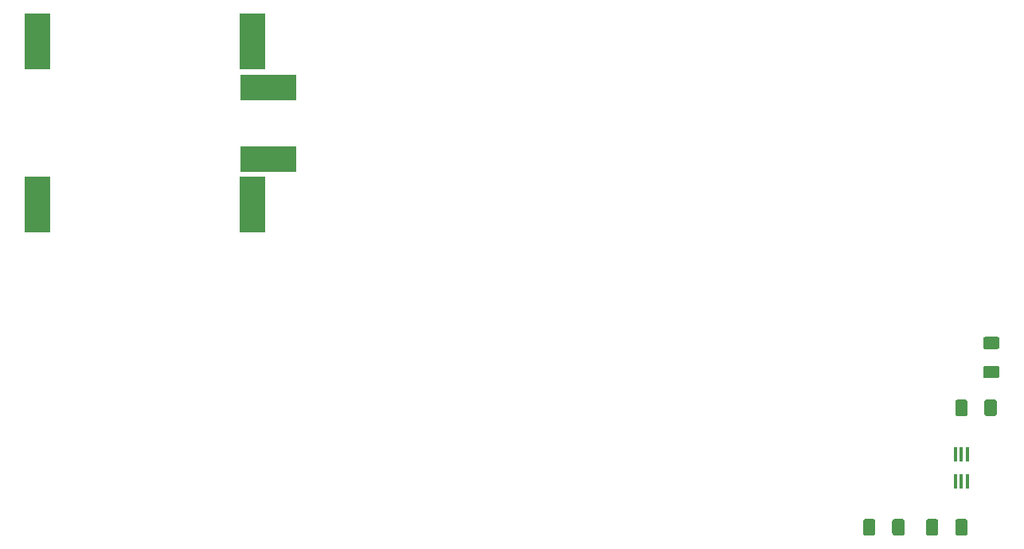
<source format=gbr>
G04 #@! TF.GenerationSoftware,KiCad,Pcbnew,5.1.5+dfsg1-2build2*
G04 #@! TF.CreationDate,2020-12-04T10:46:50+09:00*
G04 #@! TF.ProjectId,robot,726f626f-742e-46b6-9963-61645f706362,rev?*
G04 #@! TF.SameCoordinates,Original*
G04 #@! TF.FileFunction,Paste,Bot*
G04 #@! TF.FilePolarity,Positive*
%FSLAX46Y46*%
G04 Gerber Fmt 4.6, Leading zero omitted, Abs format (unit mm)*
G04 Created by KiCad (PCBNEW 5.1.5+dfsg1-2build2) date 2020-12-04 10:46:50*
%MOMM*%
%LPD*%
G04 APERTURE LIST*
%ADD10O,0.420000X1.600000*%
%ADD11R,0.420000X1.600000*%
%ADD12C,0.100000*%
%ADD13R,2.800000X6.000000*%
%ADD14R,6.000000X2.800000*%
G04 APERTURE END LIST*
D10*
X74280001Y-72320001D03*
X74930000Y-72320001D03*
X75579999Y-72320001D03*
X75579999Y-69419999D03*
X74930000Y-69419999D03*
D11*
X74280001Y-69419999D03*
D12*
G36*
X75354504Y-63646204D02*
G01*
X75378773Y-63649804D01*
X75402571Y-63655765D01*
X75425671Y-63664030D01*
X75447849Y-63674520D01*
X75468893Y-63687133D01*
X75488598Y-63701747D01*
X75506777Y-63718223D01*
X75523253Y-63736402D01*
X75537867Y-63756107D01*
X75550480Y-63777151D01*
X75560970Y-63799329D01*
X75569235Y-63822429D01*
X75575196Y-63846227D01*
X75578796Y-63870496D01*
X75580000Y-63895000D01*
X75580000Y-65145000D01*
X75578796Y-65169504D01*
X75575196Y-65193773D01*
X75569235Y-65217571D01*
X75560970Y-65240671D01*
X75550480Y-65262849D01*
X75537867Y-65283893D01*
X75523253Y-65303598D01*
X75506777Y-65321777D01*
X75488598Y-65338253D01*
X75468893Y-65352867D01*
X75447849Y-65365480D01*
X75425671Y-65375970D01*
X75402571Y-65384235D01*
X75378773Y-65390196D01*
X75354504Y-65393796D01*
X75330000Y-65395000D01*
X74530000Y-65395000D01*
X74505496Y-65393796D01*
X74481227Y-65390196D01*
X74457429Y-65384235D01*
X74434329Y-65375970D01*
X74412151Y-65365480D01*
X74391107Y-65352867D01*
X74371402Y-65338253D01*
X74353223Y-65321777D01*
X74336747Y-65303598D01*
X74322133Y-65283893D01*
X74309520Y-65262849D01*
X74299030Y-65240671D01*
X74290765Y-65217571D01*
X74284804Y-65193773D01*
X74281204Y-65169504D01*
X74280000Y-65145000D01*
X74280000Y-63895000D01*
X74281204Y-63870496D01*
X74284804Y-63846227D01*
X74290765Y-63822429D01*
X74299030Y-63799329D01*
X74309520Y-63777151D01*
X74322133Y-63756107D01*
X74336747Y-63736402D01*
X74353223Y-63718223D01*
X74371402Y-63701747D01*
X74391107Y-63687133D01*
X74412151Y-63674520D01*
X74434329Y-63664030D01*
X74457429Y-63655765D01*
X74481227Y-63649804D01*
X74505496Y-63646204D01*
X74530000Y-63645000D01*
X75330000Y-63645000D01*
X75354504Y-63646204D01*
G37*
G36*
X78454504Y-63646204D02*
G01*
X78478773Y-63649804D01*
X78502571Y-63655765D01*
X78525671Y-63664030D01*
X78547849Y-63674520D01*
X78568893Y-63687133D01*
X78588598Y-63701747D01*
X78606777Y-63718223D01*
X78623253Y-63736402D01*
X78637867Y-63756107D01*
X78650480Y-63777151D01*
X78660970Y-63799329D01*
X78669235Y-63822429D01*
X78675196Y-63846227D01*
X78678796Y-63870496D01*
X78680000Y-63895000D01*
X78680000Y-65145000D01*
X78678796Y-65169504D01*
X78675196Y-65193773D01*
X78669235Y-65217571D01*
X78660970Y-65240671D01*
X78650480Y-65262849D01*
X78637867Y-65283893D01*
X78623253Y-65303598D01*
X78606777Y-65321777D01*
X78588598Y-65338253D01*
X78568893Y-65352867D01*
X78547849Y-65365480D01*
X78525671Y-65375970D01*
X78502571Y-65384235D01*
X78478773Y-65390196D01*
X78454504Y-65393796D01*
X78430000Y-65395000D01*
X77630000Y-65395000D01*
X77605496Y-65393796D01*
X77581227Y-65390196D01*
X77557429Y-65384235D01*
X77534329Y-65375970D01*
X77512151Y-65365480D01*
X77491107Y-65352867D01*
X77471402Y-65338253D01*
X77453223Y-65321777D01*
X77436747Y-65303598D01*
X77422133Y-65283893D01*
X77409520Y-65262849D01*
X77399030Y-65240671D01*
X77390765Y-65217571D01*
X77384804Y-65193773D01*
X77381204Y-65169504D01*
X77380000Y-65145000D01*
X77380000Y-63895000D01*
X77381204Y-63870496D01*
X77384804Y-63846227D01*
X77390765Y-63822429D01*
X77399030Y-63799329D01*
X77409520Y-63777151D01*
X77422133Y-63756107D01*
X77436747Y-63736402D01*
X77453223Y-63718223D01*
X77471402Y-63701747D01*
X77491107Y-63687133D01*
X77512151Y-63674520D01*
X77534329Y-63664030D01*
X77557429Y-63655765D01*
X77581227Y-63649804D01*
X77605496Y-63646204D01*
X77630000Y-63645000D01*
X78430000Y-63645000D01*
X78454504Y-63646204D01*
G37*
G36*
X78754504Y-60061204D02*
G01*
X78778773Y-60064804D01*
X78802571Y-60070765D01*
X78825671Y-60079030D01*
X78847849Y-60089520D01*
X78868893Y-60102133D01*
X78888598Y-60116747D01*
X78906777Y-60133223D01*
X78923253Y-60151402D01*
X78937867Y-60171107D01*
X78950480Y-60192151D01*
X78960970Y-60214329D01*
X78969235Y-60237429D01*
X78975196Y-60261227D01*
X78978796Y-60285496D01*
X78980000Y-60310000D01*
X78980000Y-61110000D01*
X78978796Y-61134504D01*
X78975196Y-61158773D01*
X78969235Y-61182571D01*
X78960970Y-61205671D01*
X78950480Y-61227849D01*
X78937867Y-61248893D01*
X78923253Y-61268598D01*
X78906777Y-61286777D01*
X78888598Y-61303253D01*
X78868893Y-61317867D01*
X78847849Y-61330480D01*
X78825671Y-61340970D01*
X78802571Y-61349235D01*
X78778773Y-61355196D01*
X78754504Y-61358796D01*
X78730000Y-61360000D01*
X77480000Y-61360000D01*
X77455496Y-61358796D01*
X77431227Y-61355196D01*
X77407429Y-61349235D01*
X77384329Y-61340970D01*
X77362151Y-61330480D01*
X77341107Y-61317867D01*
X77321402Y-61303253D01*
X77303223Y-61286777D01*
X77286747Y-61268598D01*
X77272133Y-61248893D01*
X77259520Y-61227849D01*
X77249030Y-61205671D01*
X77240765Y-61182571D01*
X77234804Y-61158773D01*
X77231204Y-61134504D01*
X77230000Y-61110000D01*
X77230000Y-60310000D01*
X77231204Y-60285496D01*
X77234804Y-60261227D01*
X77240765Y-60237429D01*
X77249030Y-60214329D01*
X77259520Y-60192151D01*
X77272133Y-60171107D01*
X77286747Y-60151402D01*
X77303223Y-60133223D01*
X77321402Y-60116747D01*
X77341107Y-60102133D01*
X77362151Y-60089520D01*
X77384329Y-60079030D01*
X77407429Y-60070765D01*
X77431227Y-60064804D01*
X77455496Y-60061204D01*
X77480000Y-60060000D01*
X78730000Y-60060000D01*
X78754504Y-60061204D01*
G37*
G36*
X78754504Y-56961204D02*
G01*
X78778773Y-56964804D01*
X78802571Y-56970765D01*
X78825671Y-56979030D01*
X78847849Y-56989520D01*
X78868893Y-57002133D01*
X78888598Y-57016747D01*
X78906777Y-57033223D01*
X78923253Y-57051402D01*
X78937867Y-57071107D01*
X78950480Y-57092151D01*
X78960970Y-57114329D01*
X78969235Y-57137429D01*
X78975196Y-57161227D01*
X78978796Y-57185496D01*
X78980000Y-57210000D01*
X78980000Y-58010000D01*
X78978796Y-58034504D01*
X78975196Y-58058773D01*
X78969235Y-58082571D01*
X78960970Y-58105671D01*
X78950480Y-58127849D01*
X78937867Y-58148893D01*
X78923253Y-58168598D01*
X78906777Y-58186777D01*
X78888598Y-58203253D01*
X78868893Y-58217867D01*
X78847849Y-58230480D01*
X78825671Y-58240970D01*
X78802571Y-58249235D01*
X78778773Y-58255196D01*
X78754504Y-58258796D01*
X78730000Y-58260000D01*
X77480000Y-58260000D01*
X77455496Y-58258796D01*
X77431227Y-58255196D01*
X77407429Y-58249235D01*
X77384329Y-58240970D01*
X77362151Y-58230480D01*
X77341107Y-58217867D01*
X77321402Y-58203253D01*
X77303223Y-58186777D01*
X77286747Y-58168598D01*
X77272133Y-58148893D01*
X77259520Y-58127849D01*
X77249030Y-58105671D01*
X77240765Y-58082571D01*
X77234804Y-58058773D01*
X77231204Y-58034504D01*
X77230000Y-58010000D01*
X77230000Y-57210000D01*
X77231204Y-57185496D01*
X77234804Y-57161227D01*
X77240765Y-57137429D01*
X77249030Y-57114329D01*
X77259520Y-57092151D01*
X77272133Y-57071107D01*
X77286747Y-57051402D01*
X77303223Y-57033223D01*
X77321402Y-57016747D01*
X77341107Y-57002133D01*
X77362151Y-56989520D01*
X77384329Y-56979030D01*
X77407429Y-56970765D01*
X77431227Y-56964804D01*
X77455496Y-56961204D01*
X77480000Y-56960000D01*
X78730000Y-56960000D01*
X78754504Y-56961204D01*
G37*
G36*
X75354504Y-76346204D02*
G01*
X75378773Y-76349804D01*
X75402571Y-76355765D01*
X75425671Y-76364030D01*
X75447849Y-76374520D01*
X75468893Y-76387133D01*
X75488598Y-76401747D01*
X75506777Y-76418223D01*
X75523253Y-76436402D01*
X75537867Y-76456107D01*
X75550480Y-76477151D01*
X75560970Y-76499329D01*
X75569235Y-76522429D01*
X75575196Y-76546227D01*
X75578796Y-76570496D01*
X75580000Y-76595000D01*
X75580000Y-77845000D01*
X75578796Y-77869504D01*
X75575196Y-77893773D01*
X75569235Y-77917571D01*
X75560970Y-77940671D01*
X75550480Y-77962849D01*
X75537867Y-77983893D01*
X75523253Y-78003598D01*
X75506777Y-78021777D01*
X75488598Y-78038253D01*
X75468893Y-78052867D01*
X75447849Y-78065480D01*
X75425671Y-78075970D01*
X75402571Y-78084235D01*
X75378773Y-78090196D01*
X75354504Y-78093796D01*
X75330000Y-78095000D01*
X74530000Y-78095000D01*
X74505496Y-78093796D01*
X74481227Y-78090196D01*
X74457429Y-78084235D01*
X74434329Y-78075970D01*
X74412151Y-78065480D01*
X74391107Y-78052867D01*
X74371402Y-78038253D01*
X74353223Y-78021777D01*
X74336747Y-78003598D01*
X74322133Y-77983893D01*
X74309520Y-77962849D01*
X74299030Y-77940671D01*
X74290765Y-77917571D01*
X74284804Y-77893773D01*
X74281204Y-77869504D01*
X74280000Y-77845000D01*
X74280000Y-76595000D01*
X74281204Y-76570496D01*
X74284804Y-76546227D01*
X74290765Y-76522429D01*
X74299030Y-76499329D01*
X74309520Y-76477151D01*
X74322133Y-76456107D01*
X74336747Y-76436402D01*
X74353223Y-76418223D01*
X74371402Y-76401747D01*
X74391107Y-76387133D01*
X74412151Y-76374520D01*
X74434329Y-76364030D01*
X74457429Y-76355765D01*
X74481227Y-76349804D01*
X74505496Y-76346204D01*
X74530000Y-76345000D01*
X75330000Y-76345000D01*
X75354504Y-76346204D01*
G37*
G36*
X72254504Y-76346204D02*
G01*
X72278773Y-76349804D01*
X72302571Y-76355765D01*
X72325671Y-76364030D01*
X72347849Y-76374520D01*
X72368893Y-76387133D01*
X72388598Y-76401747D01*
X72406777Y-76418223D01*
X72423253Y-76436402D01*
X72437867Y-76456107D01*
X72450480Y-76477151D01*
X72460970Y-76499329D01*
X72469235Y-76522429D01*
X72475196Y-76546227D01*
X72478796Y-76570496D01*
X72480000Y-76595000D01*
X72480000Y-77845000D01*
X72478796Y-77869504D01*
X72475196Y-77893773D01*
X72469235Y-77917571D01*
X72460970Y-77940671D01*
X72450480Y-77962849D01*
X72437867Y-77983893D01*
X72423253Y-78003598D01*
X72406777Y-78021777D01*
X72388598Y-78038253D01*
X72368893Y-78052867D01*
X72347849Y-78065480D01*
X72325671Y-78075970D01*
X72302571Y-78084235D01*
X72278773Y-78090196D01*
X72254504Y-78093796D01*
X72230000Y-78095000D01*
X71430000Y-78095000D01*
X71405496Y-78093796D01*
X71381227Y-78090196D01*
X71357429Y-78084235D01*
X71334329Y-78075970D01*
X71312151Y-78065480D01*
X71291107Y-78052867D01*
X71271402Y-78038253D01*
X71253223Y-78021777D01*
X71236747Y-78003598D01*
X71222133Y-77983893D01*
X71209520Y-77962849D01*
X71199030Y-77940671D01*
X71190765Y-77917571D01*
X71184804Y-77893773D01*
X71181204Y-77869504D01*
X71180000Y-77845000D01*
X71180000Y-76595000D01*
X71181204Y-76570496D01*
X71184804Y-76546227D01*
X71190765Y-76522429D01*
X71199030Y-76499329D01*
X71209520Y-76477151D01*
X71222133Y-76456107D01*
X71236747Y-76436402D01*
X71253223Y-76418223D01*
X71271402Y-76401747D01*
X71291107Y-76387133D01*
X71312151Y-76374520D01*
X71334329Y-76364030D01*
X71357429Y-76355765D01*
X71381227Y-76349804D01*
X71405496Y-76346204D01*
X71430000Y-76345000D01*
X72230000Y-76345000D01*
X72254504Y-76346204D01*
G37*
G36*
X68649504Y-76346204D02*
G01*
X68673773Y-76349804D01*
X68697571Y-76355765D01*
X68720671Y-76364030D01*
X68742849Y-76374520D01*
X68763893Y-76387133D01*
X68783598Y-76401747D01*
X68801777Y-76418223D01*
X68818253Y-76436402D01*
X68832867Y-76456107D01*
X68845480Y-76477151D01*
X68855970Y-76499329D01*
X68864235Y-76522429D01*
X68870196Y-76546227D01*
X68873796Y-76570496D01*
X68875000Y-76595000D01*
X68875000Y-77845000D01*
X68873796Y-77869504D01*
X68870196Y-77893773D01*
X68864235Y-77917571D01*
X68855970Y-77940671D01*
X68845480Y-77962849D01*
X68832867Y-77983893D01*
X68818253Y-78003598D01*
X68801777Y-78021777D01*
X68783598Y-78038253D01*
X68763893Y-78052867D01*
X68742849Y-78065480D01*
X68720671Y-78075970D01*
X68697571Y-78084235D01*
X68673773Y-78090196D01*
X68649504Y-78093796D01*
X68625000Y-78095000D01*
X67825000Y-78095000D01*
X67800496Y-78093796D01*
X67776227Y-78090196D01*
X67752429Y-78084235D01*
X67729329Y-78075970D01*
X67707151Y-78065480D01*
X67686107Y-78052867D01*
X67666402Y-78038253D01*
X67648223Y-78021777D01*
X67631747Y-78003598D01*
X67617133Y-77983893D01*
X67604520Y-77962849D01*
X67594030Y-77940671D01*
X67585765Y-77917571D01*
X67579804Y-77893773D01*
X67576204Y-77869504D01*
X67575000Y-77845000D01*
X67575000Y-76595000D01*
X67576204Y-76570496D01*
X67579804Y-76546227D01*
X67585765Y-76522429D01*
X67594030Y-76499329D01*
X67604520Y-76477151D01*
X67617133Y-76456107D01*
X67631747Y-76436402D01*
X67648223Y-76418223D01*
X67666402Y-76401747D01*
X67686107Y-76387133D01*
X67707151Y-76374520D01*
X67729329Y-76364030D01*
X67752429Y-76355765D01*
X67776227Y-76349804D01*
X67800496Y-76346204D01*
X67825000Y-76345000D01*
X68625000Y-76345000D01*
X68649504Y-76346204D01*
G37*
G36*
X65549504Y-76346204D02*
G01*
X65573773Y-76349804D01*
X65597571Y-76355765D01*
X65620671Y-76364030D01*
X65642849Y-76374520D01*
X65663893Y-76387133D01*
X65683598Y-76401747D01*
X65701777Y-76418223D01*
X65718253Y-76436402D01*
X65732867Y-76456107D01*
X65745480Y-76477151D01*
X65755970Y-76499329D01*
X65764235Y-76522429D01*
X65770196Y-76546227D01*
X65773796Y-76570496D01*
X65775000Y-76595000D01*
X65775000Y-77845000D01*
X65773796Y-77869504D01*
X65770196Y-77893773D01*
X65764235Y-77917571D01*
X65755970Y-77940671D01*
X65745480Y-77962849D01*
X65732867Y-77983893D01*
X65718253Y-78003598D01*
X65701777Y-78021777D01*
X65683598Y-78038253D01*
X65663893Y-78052867D01*
X65642849Y-78065480D01*
X65620671Y-78075970D01*
X65597571Y-78084235D01*
X65573773Y-78090196D01*
X65549504Y-78093796D01*
X65525000Y-78095000D01*
X64725000Y-78095000D01*
X64700496Y-78093796D01*
X64676227Y-78090196D01*
X64652429Y-78084235D01*
X64629329Y-78075970D01*
X64607151Y-78065480D01*
X64586107Y-78052867D01*
X64566402Y-78038253D01*
X64548223Y-78021777D01*
X64531747Y-78003598D01*
X64517133Y-77983893D01*
X64504520Y-77962849D01*
X64494030Y-77940671D01*
X64485765Y-77917571D01*
X64479804Y-77893773D01*
X64476204Y-77869504D01*
X64475000Y-77845000D01*
X64475000Y-76595000D01*
X64476204Y-76570496D01*
X64479804Y-76546227D01*
X64485765Y-76522429D01*
X64494030Y-76499329D01*
X64504520Y-76477151D01*
X64517133Y-76456107D01*
X64531747Y-76436402D01*
X64548223Y-76418223D01*
X64566402Y-76401747D01*
X64586107Y-76387133D01*
X64607151Y-76374520D01*
X64629329Y-76364030D01*
X64652429Y-76355765D01*
X64676227Y-76349804D01*
X64700496Y-76346204D01*
X64725000Y-76345000D01*
X65525000Y-76345000D01*
X65549504Y-76346204D01*
G37*
D13*
X-23300000Y-42885000D03*
X-23300000Y-25515000D03*
X-440000Y-42885000D03*
X-440000Y-25515000D03*
D14*
X1260000Y-38010000D03*
X1260000Y-30390000D03*
M02*

</source>
